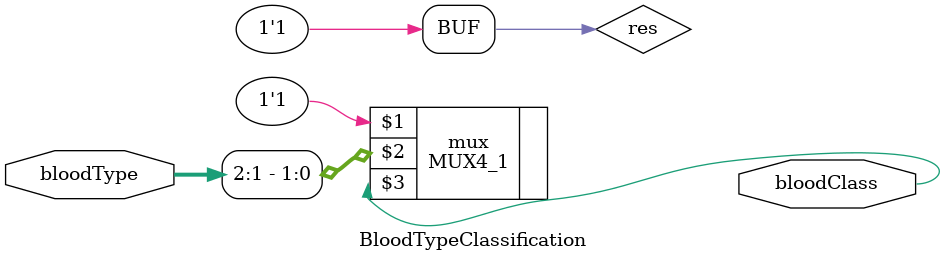
<source format=v>
`timescale 1ns / 1ps
`default_nettype none

/*
**********************************************************
** Logic Design Final Project Fall, 2019 Semester
** Amirkabir University of Technology (Tehran Polytechnic)
** Department of Computer Engineering (CEIT-AUT)
** Logic Circuit Design Laboratory
** https://ceit.aut.ac.ir
**********************************************************
** Student ID: XXXXXXX
** Student ID: XXXXXXX
**********************************************************
** Module Name: BloodTypeClassification
**********************************************************
** Additional Comments:
*/

module BloodTypeClassification(
        bloodType,
        bloodClass);
input [2:0] bloodType;
output bloodClass;
   // write your code here, please.
	wire res;
	assign res = { 1'b0,bloodType[0],1'b0,1'b1};
	MUX4_1 mux(res,bloodType[2:1],bloodClass);
endmodule

</source>
